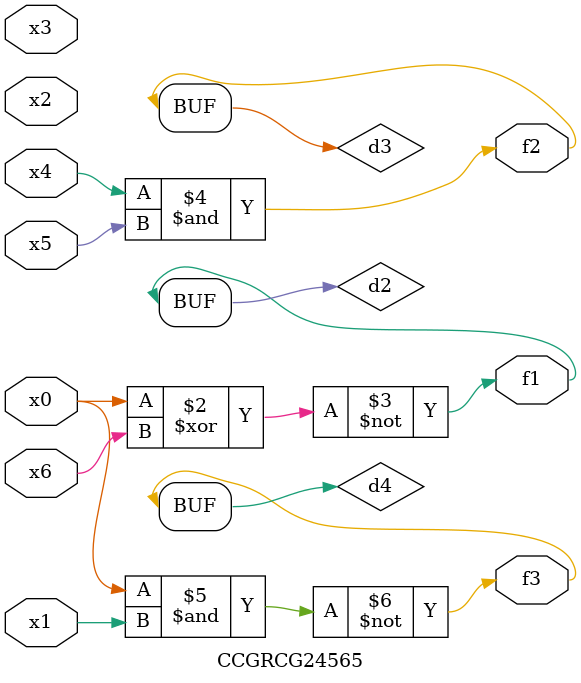
<source format=v>
module CCGRCG24565(
	input x0, x1, x2, x3, x4, x5, x6,
	output f1, f2, f3
);

	wire d1, d2, d3, d4;

	nor (d1, x0);
	xnor (d2, x0, x6);
	and (d3, x4, x5);
	nand (d4, x0, x1);
	assign f1 = d2;
	assign f2 = d3;
	assign f3 = d4;
endmodule

</source>
